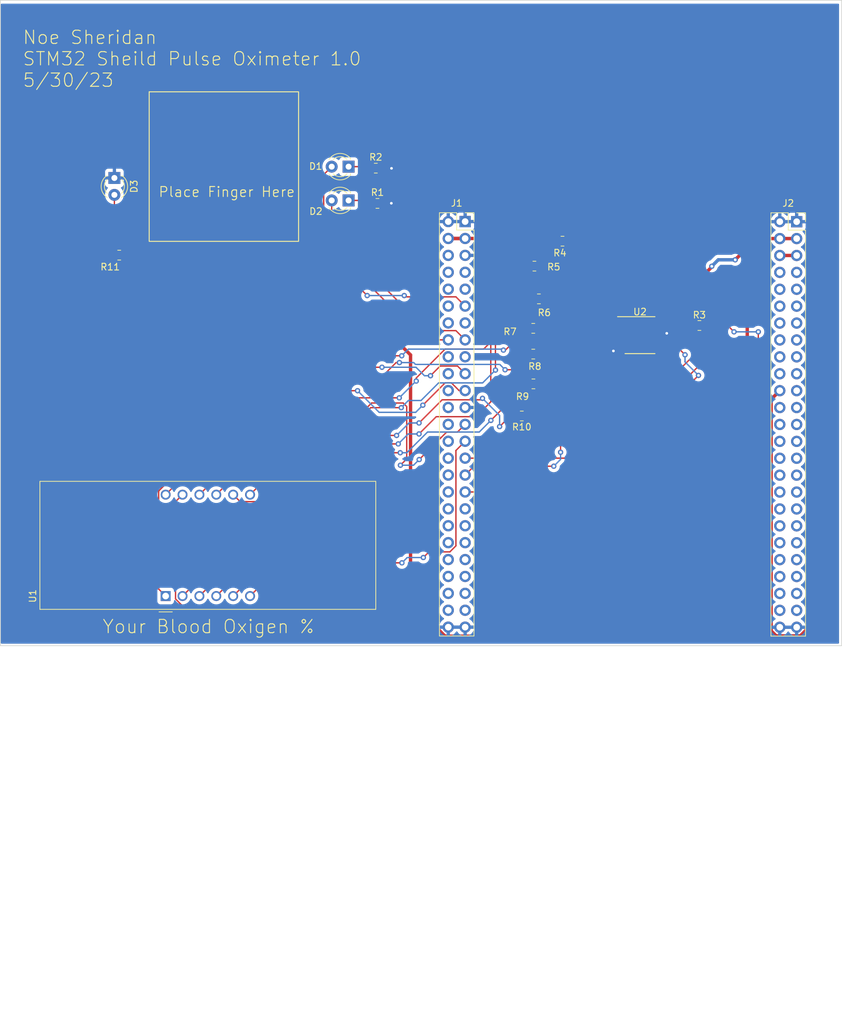
<source format=kicad_pcb>
(kicad_pcb (version 20221018) (generator pcbnew)
  (layers (0 "F.Cu" signal) (31 "B.Cu" signal) (34 "B.Paste" user) (35 "F.Paste" user) (36 "B.SilkS" user "B.Silkscreen") (37 "F.SilkS" user "F.Silkscreen") (38 "B.Mask" user) (39 "F.Mask" user) (44 "Edge.Cuts" user))
  (net 0 "")
  (net 1 "Net-(D1-K)")
  (net 2 "Red_LED")
  (net 3 "Net-(D2-K)")
  (net 4 "Infared_LED")
  (net 5 "GND")
  (net 6 "LightSensor")
  (net 7 "/VDD")
  (net 8 "/NSRT")
  (net 9 "/PC1")
  (net 10 "/PC0")
  (net 11 "/PC3")
  (net 12 "/PC2")
  (net 13 "/PA0")
  (net 14 "/PA3")
  (net 15 "/PA2")
  (net 16 "/PA7")
  (net 17 "/PA6")
  (net 18 "Dig1")
  (net 19 "/PC4")
  (net 20 "Dig2")
  (net 21 "/PB0")
  (net 22 "/PB2")
  (net 23 "Dig3")
  (net 24 "/PE8")
  (net 25 "Dig4")
  (net 26 "/PE10")
  (net 27 "DS")
  (net 28 "/PE12")
  (net 29 "ST_CP")
  (net 30 "/PE14")
  (net 31 "SH_CP")
  (net 32 "/PB10")
  (net 33 "/PB11")
  (net 34 "/PB12")
  (net 35 "/PB13")
  (net 36 "/PB14")
  (net 37 "/PB15")
  (net 38 "/PD8")
  (net 39 "/PD9")
  (net 40 "/PD10")
  (net 41 "/PD11")
  (net 42 "/PD12")
  (net 43 "/PD13")
  (net 44 "/PD14")
  (net 45 "/PD15")
  (net 46 "/NC")
  (net 47 "+5V")
  (net 48 "/3V")
  (net 49 "/PH0")
  (net 50 "/PH1")
  (net 51 "/PC14")
  (net 52 "/PC15")
  (net 53 "/PE6")
  (net 54 "/PC13")
  (net 55 "/PE4")
  (net 56 "/PE5")
  (net 57 "/PE2")
  (net 58 "/PE3")
  (net 59 "/PE0")
  (net 60 "/PE1")
  (net 61 "/PB8")
  (net 62 "/PB9")
  (net 63 "/BOOT0")
  (net 64 "/PB6")
  (net 65 "/PB7")
  (net 66 "/PB4")
  (net 67 "/PB5")
  (net 68 "/PD7")
  (net 69 "/PB3")
  (net 70 "/PD5")
  (net 71 "/PD6")
  (net 72 "/PD3")
  (net 73 "/PD4")
  (net 74 "/PD1")
  (net 75 "/PD2")
  (net 76 "/PC12")
  (net 77 "/PD0")
  (net 78 "/PC10")
  (net 79 "/PC11")
  (net 80 "/PA14")
  (net 81 "/PA15")
  (net 82 "/PA10")
  (net 83 "/PA13")
  (net 84 "/PA8")
  (net 85 "/PA9")
  (net 86 "/PC8")
  (net 87 "/PC9")
  (net 88 "/PC6")
  (net 89 "/PC7")
  (net 90 "a")
  (net 91 "Net-(U1-a)")
  (net 92 "b")
  (net 93 "Net-(U1-b)")
  (net 94 "c")
  (net 95 "Net-(U1-c)")
  (net 96 "d")
  (net 97 "Net-(U1-d)")
  (net 98 "e")
  (net 99 "Net-(U1-e)")
  (net 100 "f")
  (net 101 "Net-(U1-f)")
  (net 102 "g")
  (net 103 "Net-(U1-g)")
  (net 104 "dp")
  (net 105 "Net-(U1-DPX)")
  (footprint "Resistor_SMD:R_0805_2012Metric" (layer "F.Cu") (at 214.5125 80.675 180)
    (fp_text reference "R5" (at -2.9125 -0.125) (layer "F.SilkS"))
    (fp_text value "100")
    (pad "1" smd roundrect (at -0.9125 0 180) (size 1.025 1.4) (layers "F.Cu" "F.Paste" "F.Mask") (roundrect_rratio 0.243902439) (net 94 "c"))
    (pad "2" smd roundrect (at 0.9125 0 180) (size 1.025 1.4) (layers "F.Cu" "F.Paste" "F.Mask") (roundrect_rratio 0.243902439) (net 95 "Net-(U1-c)"))
  )
  (footprint "Package_SO:HTSSOP-16-1EP_4.4x5mm_P0.65mm_EP3.4x5mm" (layer "F.Cu") (at 230.4 91.1)
    (fp_text reference "U2" (at 0 -3.55) (layer "F.SilkS"))
    (fp_text value "74HC595")
    (pad "1" smd rect (at -2.775 -2.275) (size 1.05 0.45) (layers "F.Cu" "F.Paste" "F.Mask") (net 92 "b"))
    (pad "2" smd rect (at -2.775 -1.625) (size 1.05 0.45) (layers "F.Cu" "F.Paste" "F.Mask") (net 94 "c"))
    (pad "3" smd rect (at -2.775 -0.975) (size 1.05 0.45) (layers "F.Cu" "F.Paste" "F.Mask") (net 96 "d"))
    (pad "4" smd rect (at -2.775 -0.325) (size 1.05 0.45) (layers "F.Cu" "F.Paste" "F.Mask") (net 98 "e"))
    (pad "5" smd rect (at -2.775 0.325) (size 1.05 0.45) (layers "F.Cu" "F.Paste" "F.Mask") (net 100 "f"))
    (pad "6" smd rect (at -2.775 0.975) (size 1.05 0.45) (layers "F.Cu" "F.Paste" "F.Mask") (net 102 "g"))
    (pad "7" smd rect (at -2.775 1.625) (size 1.05 0.45) (layers "F.Cu" "F.Paste" "F.Mask") (net 104 "dp"))
    (pad "8" smd rect (at -2.775 2.275) (size 1.05 0.45) (layers "F.Cu" "F.Paste" "F.Mask") (net 5 "GND"))
    (pad "9" smd rect (at 2.775 2.275) (size 1.05 0.45) (layers "F.Cu" "F.Paste" "F.Mask"))
    (pad "10" smd rect (at 2.775 1.625) (size 1.05 0.45) (layers "F.Cu" "F.Paste" "F.Mask") (net 47 "+5V"))
    (pad "11" smd rect (at 2.775 0.975) (size 1.05 0.45) (layers "F.Cu" "F.Paste" "F.Mask") (net 31 "SH_CP"))
    (pad "12" smd rect (at 2.775 0.325) (size 1.05 0.45) (layers "F.Cu" "F.Paste" "F.Mask") (net 29 "ST_CP"))
    (pad "13" smd rect (at 2.775 -0.325) (size 1.05 0.45) (layers "F.Cu" "F.Paste" "F.Mask") (net 5 "GND"))
    (pad "14" smd rect (at 2.775 -0.975) (size 1.05 0.45) (layers "F.Cu" "F.Paste" "F.Mask") (net 27 "DS"))
    (pad "15" smd rect (at 2.775 -1.625) (size 1.05 0.45) (layers "F.Cu" "F.Paste" "F.Mask") (net 90 "a"))
    (pad "16" smd rect (at 2.775 -2.275) (size 1.05 0.45) (layers "F.Cu" "F.Paste" "F.Mask") (net 47 "+5V"))
    (pad "17" smd rect (at 0 0) (size 3.4 5) (layers "F.Cu" "F.Mask"))
  )
  (footprint "Resistor_SMD:R_0805_2012Metric" (layer "F.Cu") (at 215.1875 85.6 180)
    (fp_text reference "R6" (at -0.8125 -2.075) (layer "F.SilkS"))
    (fp_text value "100")
    (pad "1" smd roundrect (at -0.9125 0 180) (size 1.025 1.4) (layers "F.Cu" "F.Paste" "F.Mask") (roundrect_rratio 0.243902439) (net 96 "d"))
    (pad "2" smd roundrect (at 0.9125 0 180) (size 1.025 1.4) (layers "F.Cu" "F.Paste" "F.Mask") (roundrect_rratio 0.243902439) (net 97 "Net-(U1-d)"))
  )
  (footprint "Resistor_SMD:R_0805_2012Metric" (layer "F.Cu") (at 239.3375 89.6)
    (fp_text reference "R3" (at 0 -1.575) (layer "F.SilkS"))
    (fp_text value "100")
    (pad "1" smd roundrect (at -0.9125 0) (size 1.025 1.4) (layers "F.Cu" "F.Paste" "F.Mask") (roundrect_rratio 0.243902439) (net 90 "a"))
    (pad "2" smd roundrect (at 0.9125 0) (size 1.025 1.4) (layers "F.Cu" "F.Paste" "F.Mask") (roundrect_rratio 0.243902439) (net 91 "Net-(U1-a)"))
  )
  (footprint "Resistor_SMD:R_0805_2012Metric" (layer "F.Cu") (at 214.3375 93.9 180)
    (fp_text reference "R8" (at -0.2375 -1.85) (layer "F.SilkS"))
    (fp_text value "100")
    (pad "1" smd roundrect (at -0.9125 0 180) (size 1.025 1.4) (layers "F.Cu" "F.Paste" "F.Mask") (roundrect_rratio 0.243902439) (net 100 "f"))
    (pad "2" smd roundrect (at 0.9125 0 180) (size 1.025 1.4) (layers "F.Cu" "F.Paste" "F.Mask") (roundrect_rratio 0.243902439) (net 101 "Net-(U1-f)"))
  )
  (footprint "Resistor_SMD:R_0805_2012Metric" (layer "F.Cu") (at 190.8975 71.25)
    (fp_text reference "R1" (at 0 -1.65) (layer "F.SilkS"))
    (fp_text value "330")
    (pad "1" smd roundrect (at -0.9125 0) (size 1.025 1.4) (layers "F.Cu" "F.Paste" "F.Mask") (roundrect_rratio 0.243902439) (net 3 "Net-(D2-K)"))
    (pad "2" smd roundrect (at 0.9125 0) (size 1.025 1.4) (layers "F.Cu" "F.Paste" "F.Mask") (roundrect_rratio 0.243902439) (net 5 "GND"))
  )
  (footprint "Resistor_SMD:R_0805_2012Metric" (layer "F.Cu") (at 214.3625 98.375 180)
    (fp_text reference "R9" (at 1.6375 -1.9) (layer "F.SilkS"))
    (fp_text value "100")
    (pad "1" smd roundrect (at -0.9125 0 180) (size 1.025 1.4) (layers "F.Cu" "F.Paste" "F.Mask") (roundrect_rratio 0.243902439) (net 102 "g"))
    (pad "2" smd roundrect (at 0.9125 0 180) (size 1.025 1.4) (layers "F.Cu" "F.Paste" "F.Mask") (roundrect_rratio 0.243902439) (net 103 "Net-(U1-g)"))
  )
  (footprint "Resistor_SMD:R_0805_2012Metric" (layer "F.Cu") (at 190.6475 65.95)
    (fp_text reference "R2" (at 0 -1.65) (layer "F.SilkS"))
    (fp_text value "330")
    (pad "1" smd roundrect (at -0.9125 0) (size 1.025 1.4) (layers "F.Cu" "F.Paste" "F.Mask") (roundrect_rratio 0.243902439) (net 1 "Net-(D1-K)"))
    (pad "2" smd roundrect (at 0.9125 0) (size 1.025 1.4) (layers "F.Cu" "F.Paste" "F.Mask") (roundrect_rratio 0.243902439) (net 5 "GND"))
  )
  (footprint "Connector_PinSocket_2.54mm:PinSocket_2x25_P2.54mm_Vertical" (layer "F.Cu") (at 253.975 73.995)
    (fp_text reference "J2" (at -1.27 -2.77) (layer "F.SilkS"))
    (fp_text value "Conn_02x25_Odd_Even")
    (pad "1" thru_hole rect (at 0 0) (size 1.7 1.7) (drill 1) (layers "*.Cu" "*.Mask") (net 5 "GND"))
    (pad "2" thru_hole oval (at -2.54 0) (size 1.7 1.7) (drill 1) (layers "*.Cu" "*.Mask") (net 5 "GND"))
    (pad "3" thru_hole oval (at 0 2.54) (size 1.7 1.7) (drill 1) (layers "*.Cu" "*.Mask") (net 47 "+5V"))
    (pad "4" thru_hole oval (at -2.54 2.54) (size 1.7 1.7) (drill 1) (layers "*.Cu" "*.Mask") (net 47 "+5V"))
    (pad "5" thru_hole oval (at 0 5.08) (size 1.7 1.7) (drill 1) (layers "*.Cu" "*.Mask") (net 48 "/3V"))
    (pad "6" thru_hole oval (at -2.54 5.08) (size 1.7 1.7) (drill 1) (layers "*.Cu" "*.Mask") (net 48 "/3V"))
    (pad "7" thru_hole oval (at 0 7.62) (size 1.7 1.7) (drill 1) (layers "*.Cu" "*.Mask") (net 49 "/PH0"))
    (pad "8" thru_hole oval (at -2.54 7.62) (size 1.7 1.7) (drill 1) (layers "*.Cu" "*.Mask") (net 50 "/PH1"))
    (pad "9" thru_hole oval (at 0 10.16) (size 1.7 1.7) (drill 1) (layers "*.Cu" "*.Mask") (net 51 "/PC14"))
    (pad "10" thru_hole oval (at -2.54 10.16) (size 1.7 1.7) (drill 1) (layers "*.Cu" "*.Mask") (net 52 "/PC15"))
    (pad "11" thru_hole oval (at 0 12.7) (size 1.7 1.7) (drill 1) (layers "*.Cu" "*.Mask") (net 53 "/PE6"))
    (pad "12" thru_hole oval (at -2.54 12.7) (size 1.7 1.7) (drill 1) (layers "*.Cu" "*.Mask") (net 54 "/PC13"))
    (pad "13" thru_hole oval (at 0 15.24) (size 1.7 1.7) (drill 1) (layers "*.Cu" "*.Mask") (net 55 "/PE4"))
    (pad "14" thru_hole oval (at -2.54 15.24) (size 1.7 1.7) (drill 1) (layers "*.Cu" "*.Mask") (net 56 "/PE5"))
    (pad "15" thru_hole oval (at 0 17.78) (size 1.7 1.7) (drill 1) (layers "*.Cu" "*.Mask") (net 57 "/PE2"))
    (pad "16" thru_hole oval (at -2.54 17.78) (size 1.7 1.7) (drill 1) (layers "*.Cu" "*.Mask") (net 58 "/PE3"))
    (pad "17" thru_hole oval (at 0 20.32) (size 1.7 1.7) (drill 1) (layers "*.Cu" "*.Mask") (net 59 "/PE0"))
    (pad "18" thru_hole oval (at -2.54 20.32) (size 1.7 1.7) (drill 1) (layers "*.Cu" "*.Mask") (net 60 "/PE1"))
    (pad "19" thru_hole oval (at 0 22.86) (size 1.7 1.7) (drill 1) (layers "*.Cu" "*.Mask") (net 61 "/PB8"))
    (pad "20" thru_hole oval (at -2.54 22.86) (size 1.7 1.7) (drill 1) (layers "*.Cu" "*.Mask") (net 62 "/PB9"))
    (pad "21" thru_hole oval (at 0 25.4) (size 1.7 1.7) (drill 1) (layers "*.Cu" "*.Mask") (net 63 "/BOOT0"))
    (pad "22" thru_hole oval (at -2.54 25.4) (size 1.7 1.7) (drill 1) (layers "*.Cu" "*.Mask") (net 7 "/VDD"))
    (pad "23" thru_hole oval (at 0 27.94) (size 1.7 1.7) (drill 1) (layers "*.Cu" "*.Mask") (net 64 "/PB6"))
    (pad "24" thru_hole oval (at -2.54 27.94) (size 1.7 1.7) (drill 1) (layers "*.Cu" "*.Mask") (net 65 "/PB7"))
    (pad "25" thru_hole oval (at 0 30.48) (size 1.7 1.7) (drill 1) (layers "*.Cu" "*.Mask") (net 66 "/PB4"))
    (pad "26" thru_hole oval (at -2.54 30.48) (size 1.7 1.7) (drill 1) (layers "*.Cu" "*.Mask") (net 67 "/PB5"))
    (pad "27" thru_hole oval (at 0 33.02) (size 1.7 1.7) (drill 1) (layers "*.Cu" "*.Mask") (net 68 "/PD7"))
    (pad "28" thru_hole oval (at -2.54 33.02) (size 1.7 1.7) (drill 1) (layers "*.Cu" "*.Mask") (net 69 "/PB3"))
    (pad "29" thru_hole oval (at 0 35.56) (size 1.7 1.7) (drill 1) (layers "*.Cu" "*.Mask") (net 70 "/PD5"))
    (pad "30" thru_hole oval (at -2.54 35.56) (size 1.7 1.7) (drill 1) (layers "*.Cu" "*.Mask") (net 71 "/PD6"))
    (pad "31" thru_hole oval (at 0 38.1) (size 1.7 1.7) (drill 1) (layers "*.Cu" "*.Mask") (net 72 "/PD3"))
    (pad "32" thru_hole oval (at -2.54 38.1) (size 1.7 1.7) (drill 1) (layers "*.Cu" "*.Mask") (net 73 "/PD4"))
    (pad "33" thru_hole oval (at 0 40.64) (size 1.7 1.7) (drill 1) (layers "*.Cu" "*.Mask") (net 74 "/PD1"))
    (pad "34" thru_hole oval (at -2.54 40.64) (size 1.7 1.7) (drill 1) (layers "*.Cu" "*.Mask") (net 75 "/PD2"))
    (pad "35" thru_hole oval (at 0 43.18) (size 1.7 1.7) (drill 1) (layers "*.Cu" "*.Mask") (net 76 "/PC12"))
    (pad "36" thru_hole oval (at -2.54 43.18) (size 1.7 1.7) (drill 1) (layers "*.Cu" "*.Mask") (net 77 "/PD0"))
    (pad "37" thru_hole oval (at 0 45.72) (size 1.7 1.7) (drill 1) (layers "*.Cu" "*.Mask") (net 78 "/PC10"))
    (pad "38" thru_hole oval (at -2.54 45.72) (size 1.7 1.7) (drill 1) (layers "*.Cu" "*.Mask") (net 79 "/PC11"))
    (pad "39" thru_hole oval (at 0 48.26) (size 1.7 1.7) (drill 1) (layers "*.Cu" "*.Mask") (net 80 "/PA14"))
    (pad "40" thru_hole oval (at -2.54 48.26) (size 1.7 1.7) (drill 1) (layers "*.Cu" "*.Mask") (net 81 "/PA15"))
    (pad "41" thru_hole oval (at 0 50.8) (size 1.7 1.7) (drill 1) (layers "*.Cu" "*.Mask") (net 82 "/PA10"))
    (pad "42" thru_hole oval (at -2.54 50.8) (size 1.7 1.7) (drill 1) (layers "*.Cu" "*.Mask") (net 83 "/PA13"))
    (pad "43" thru_hole oval (at 0 53.34) (size 1.7 1.7) (drill 1) (layers "*.Cu" "*.Mask") (net 84 "/PA8"))
    (pad "44" thru_hole oval (at -2.54 53.34) (size 1.7 1.7) (drill 1) (layers "*.Cu" "*.Mask") (net 85 "/PA9"))
    (pad "45" thru_hole oval (at 0 55.88) (size 1.7 1.7) (drill 1) (layers "*.Cu" "*.Mask") (net 86 "/PC8"))
    (pad "46" thru_hole oval (at -2.54 55.88) (size 1.7 1.7) (drill 1) (layers "*.Cu" "*.Mask") (net 87 "/PC9"))
    (pad "47" thru_hole oval (at 0 58.42) (size 1.7 1.7) (drill 1) (layers "*.Cu" "*.Mask") (net 88 "/PC6"))
    (pad "48" thru_hole oval (at -2.54 58.42) (size 1.7 1.7) (drill 1) (layers "*.Cu" "*.Mask") (net 89 "/PC7"))
    (pad "49" thru_hole oval (at 0 60.96) (size 1.7 1.7) (drill 1) (layers "*.Cu" "*.Mask") (net 5 "GND"))
    (pad "50" thru_hole oval (at -2.54 60.96) (size 1.7 1.7) (drill 1) (layers "*.Cu" "*.Mask") (net 5 "GND"))
  )
  (footprint "LED_THT:LED_D3.0mm" (layer "F.Cu") (at 186.55 65.725 180)
    (fp_text reference "D1" (at 4.95 0.05) (layer "F.SilkS"))
    (fp_text value "R_LED")
    (pad "1" thru_hole rect (at 0 0 180) (size 1.8 1.8) (drill 0.9) (layers "*.Cu" "*.Mask") (net 1 "Net-(D1-K)"))
    (pad "2" thru_hole circle (at 2.54 0 180) (size 1.8 1.8) (drill 0.9) (layers "*.Cu" "*.Mask") (net 2 "Red_LED"))
  )
  (footprint "LED_THT:LED_D3.0mm_IRBlack" (layer "F.Cu") (at 151.3125 67.425 -90)
    (fp_text reference "D3" (at 1.27 -2.96 90) (layer "F.SilkS"))
    (fp_text value "D_Photo")
    (pad "1" thru_hole rect (at 0 0 270) (size 1.8 1.8) (drill 0.9) (layers "*.Cu" "*.Mask") (net 5 "GND"))
    (pad "2" thru_hole circle (at 2.54 0 270) (size 1.8 1.8) (drill 0.9) (layers "*.Cu" "*.Mask") (net 6 "LightSensor"))
  )
  (footprint "Display_7Segment:CA56-12SRWA" (layer "F.Cu") (at 159.025 130.265 90)
    (fp_text reference "U1" (at 0 -20 90) (layer "F.SilkS"))
    (fp_text value "CA56-12SRWA")
    (pad "1" thru_hole rect (at 0 0 90) (size 1.5 1.5) (drill 1) (layers "*.Cu" "*.Mask") (net 99 "Net-(U1-e)"))
    (pad "2" thru_hole circle (at 0 2.54 90) (size 1.5 1.5) (drill 1) (layers "*.Cu" "*.Mask") (net 97 "Net-(U1-d)"))
    (pad "3" thru_hole circle (at 0 5.08 90) (size 1.5 1.5) (drill 1) (layers "*.Cu" "*.Mask") (net 105 "Net-(U1-DPX)"))
    (pad "4" thru_hole circle (at 0 7.62 90) (size 1.5 1.5) (drill 1) (layers "*.Cu" "*.Mask") (net 95 "Net-(U1-c)"))
    (pad "5" thru_hole circle (at 0 10.16 90) (size 1.5 1.5) (drill 1) (layers "*.Cu" "*.Mask") (net 103 "Net-(U1-g)"))
    (pad "6" thru_hole circle (at 0 12.7 90) (size 1.5 1.5) (drill 1) (layers "*.Cu" "*.Mask") (net 25 "Dig4"))
    (pad "7" thru_hole circle (at 15.24 12.7 90) (size 1.5 1.5) (drill 1) (layers "*.Cu" "*.Mask") (net 93 "Net-(U1-b)"))
    (pad "8" thru_hole circle (at 15.24 10.16 90) (size 1.5 1.5) (drill 1) (layers "*.Cu" "*.Mask") (net 23 "Dig3"))
    (pad "9" thru_hole circle (at 15.24 7.62 90) (size 1.5 1.5) (drill 1) (layers "*.Cu" "*.Mask") (net 20 "Dig2"))
    (pad "10" thru_hole circle (at 15.24 5.08 90) (size 1.5 1.5) (drill 1) (layers "*.Cu" "*.Mask") (net 101 "Net-(U1-f)"))
    (pad "11" thru_hole circle (at 15.24 2.54 90) (size 1.5 1.5) (drill 1) (layers "*.Cu" "*.Mask") (net 91 "Net-(U1-a)"))
    (pad "12" thru_hole circle (at 15.24 0 90) (size 1.5 1.5) (drill 1) (layers "*.Cu" "*.Mask") (net 18 "Dig1"))
  )
  (footprint "Resistor_SMD:R_0805_2012Metric" (layer "F.Cu") (at 214.3375 90.025 180)
    (fp_text reference "R7" (at 3.4875 -0.5) (layer "F.SilkS"))
    (fp_text value "100")
    (pad "1" smd roundrect (at -0.9125 0 180) (size 1.025 1.4) (layers "F.Cu" "F.Paste" "F.Mask") (roundrect_rratio 0.243902439) (net 98 "e"))
    (pad "2" smd roundrect (at 0.9125 0 180) (size 1.025 1.4) (layers "F.Cu" "F.Paste" "F.Mask") (roundrect_rratio 0.243902439) (net 99 "Net-(U1-e)"))
  )
  (footprint "Resistor_SMD:R_0805_2012Metric" (layer "F.Cu") (at 152.0375 79.025 180)
    (fp_text reference "R11" (at 1.3625 -1.775) (layer "F.SilkS"))
    (fp_text value "10k")
    (pad "1" smd roundrect (at -0.9125 0 180) (size 1.025 1.4) (layers "F.Cu" "F.Paste" "F.Mask") (roundrect_rratio 0.243902439) (net 47 "+5V"))
    (pad "2" smd roundrect (at 0.9125 0 180) (size 1.025 1.4) (layers "F.Cu" "F.Paste" "F.Mask") (roundrect_rratio 0.243902439) (net 6 "LightSensor"))
  )
  (footprint "Resistor_SMD:R_0805_2012Metric" (layer "F.Cu") (at 218.7375 76.925 180)
    (fp_text reference "R4" (at 0.3875 -1.775) (layer "F.SilkS"))
    (fp_text value "100")
    (pad "1" smd roundrect (at -0.9125 0 180) (size 1.025 1.4) (layers "F.Cu" "F.Paste" "F.Mask") (roundrect_rratio 0.243902439) (net 92 "b"))
    (pad "2" smd roundrect (at 0.9125 0 180) (size 1.025 1.4) (layers "F.Cu" "F.Paste" "F.Mask") (roundrect_rratio 0.243902439) (net 93 "Net-(U1-b)"))
  )
  (footprint "Connector_PinSocket_2.54mm:PinSocket_2x25_P2.54mm_Vertical" (layer "F.Cu") (at 204.09 73.98)
    (fp_text reference "J1" (at -1.27 -2.77) (layer "F.SilkS"))
    (fp_text value "Conn_02x25_Odd_Even")
    (pad "1" thru_hole rect (at 0 0) (size 1.7 1.7) (drill 1) (layers "*.Cu" "*.Mask") (net 5 "GND"))
    (pad "2" thru_hole oval (at -2.54 0) (size 1.7 1.7) (drill 1) (layers "*.Cu" "*.Mask") (net 5 "GND"))
    (pad "3" thru_hole oval (at 0 2.54) (size 1.7 1.7) (drill 1) (layers "*.Cu" "*.Mask") (net 7 "/VDD"))
    (pad "4" thru_hole oval (at -2.54 2.54) (size 1.7 1.7) (drill 1) (layers "*.Cu" "*.Mask") (net 7 "/VDD"))
    (pad "5" thru_hole oval (at 0 5.08) (size 1.7 1.7) (drill 1) (layers "*.Cu" "*.Mask") (net 5 "GND"))
    (pad "6" thru_hole oval (at -2.54 5.08) (size 1.7 1.7) (drill 1) (layers "*.Cu" "*.Mask") (net 8 "/NSRT"))
    (pad "7" thru_hole oval (at 0 7.62) (size 1.7 1.7) (drill 1) (layers "*.Cu" "*.Mask") (net 9 "/PC1"))
    (pad "8" thru_hole oval (at -2.54 7.62) (size 1.7 1.7) (drill 1) (layers "*.Cu" "*.Mask") (net 10 "/PC0"))
    (pad "9" thru_hole oval (at 0 10.16) (size 1.7 1.7) (drill 1) (layers "*.Cu" "*.Mask") (net 11 "/PC3"))
    (pad "10" thru_hole oval (at -2.54 10.16) (size 1.7 1.7) (drill 1) (layers "*.Cu" "*.Mask") (net 12 "/PC2"))
    (pad "11" thru_hole oval (at 0 12.7) (size 1.7 1.7) (drill 1) (layers "*.Cu" "*.Mask") (net 6 "LightSensor"))
    (pad "12" thru_hole oval (at -2.54 12.7) (size 1.7 1.7) (drill 1) (layers "*.Cu" "*.Mask") (net 13 "/PA0"))
    (pad "13" thru_hole oval (at 0 15.24) (size 1.7 1.7) (drill 1) (layers "*.Cu" "*.Mask") (net 14 "/PA3"))
    (pad "14" thru_hole oval (at -2.54 15.24) (size 1.7 1.7) (drill 1) (layers "*.Cu" "*.Mask") (net 15 "/PA2"))
    (pad "15" thru_hole oval (at 0 17.78) (size 1.7 1.7) (drill 1) (layers "*.Cu" "*.Mask") (net 4 "Infared_LED"))
    (pad "16" thru_hole oval (at -2.54 17.78) (size 1.7 1.7) (drill 1) (layers "*.Cu" "*.Mask") (net 2 "Red_LED"))
    (pad "17" thru_hole oval (at 0 20.32) (size 1.7 1.7) (drill 1) (layers "*.Cu" "*.Mask") (net 16 "/PA7"))
    (pad "18" thru_hole oval (at -2.54 20.32) (size 1.7 1.7) (drill 1) (layers "*.Cu" "*.Mask") (net 17 "/PA6"))
    (pad "19" thru_hole oval (at 0 22.86) (size 1.7 1.7) (drill 1) (layers "*.Cu" "*.Mask") (net 18 "Dig1"))
    (pad "20" thru_hole oval (at -2.54 22.86) (size 1.7 1.7) (drill 1) (layers "*.Cu" "*.Mask") (net 19 "/PC4"))
    (pad "21" thru_hole oval (at 0 25.4) (size 1.7 1.7) (drill 1) (layers "*.Cu" "*.Mask") (net 20 "Dig2"))
    (pad "22" thru_hole oval (at -2.54 25.4) (size 1.7 1.7) (drill 1) (layers "*.Cu" "*.Mask") (net 21 "/PB0"))
    (pad "23" thru_hole oval (at 0 27.94) (size 1.7 1.7) (drill 1) (layers "*.Cu" "*.Mask") (net 5 "GND"))
    (pad "24" thru_hole oval (at -2.54 27.94) (size 1.7 1.7) (drill 1) (layers "*.Cu" "*.Mask") (net 22 "/PB2"))
    (pad "25" thru_hole oval (at 0 30.48) (size 1.7 1.7) (drill 1) (layers "*.Cu" "*.Mask") (net 23 "Dig3"))
    (pad "26" thru_hole oval (at -2.54 30.48) (size 1.7 1.7) (drill 1) (layers "*.Cu" "*.Mask") (net 24 "/PE8"))
    (pad "27" thru_hole oval (at 0 33.02) (size 1.7 1.7) (drill 1) (layers "*.Cu" "*.Mask") (net 25 "Dig4"))
    (pad "28" thru_hole oval (at -2.54 33.02) (size 1.7 1.7) (drill 1) (layers "*.Cu" "*.Mask") (net 26 "/PE10"))
    (pad "29" thru_hole oval (at 0 35.56) (size 1.7 1.7) (drill 1) (layers "*.Cu" "*.Mask") (net 27 "DS"))
    (pad "30" thru_hole oval (at -2.54 35.56) (size 1.7 1.7) (drill 1) (layers "*.Cu" "*.Mask") (net 28 "/PE12"))
    (pad "31" thru_hole oval (at 0 38.1) (size 1.7 1.7) (drill 1) (layers "*.Cu" "*.Mask") (net 29 "ST_CP"))
    (pad "32" thru_hole oval (at -2.54 38.1) (size 1.7 1.7) (drill 1) (layers "*.Cu" "*.Mask") (net 30 "/PE14"))
    (pad "33" thru_hole oval (at 0 40.64) (size 1.7 1.7) (drill 1) (layers "*.Cu" "*.Mask") (net 31 "SH_CP"))
    (pad "34" thru_hole oval (at -2.54 40.64) (size 1.7 1.7) (drill 1) (layers "*.Cu" "*.Mask") (net 32 "/PB10"))
    (pad "35" thru_hole oval (at 0 43.18) (size 1.7 1.7) (drill 1) (layers "*.Cu" "*.Mask") (net 33 "/PB11"))
    (pad "36" thru_hole oval (at -2.54 43.18) (size 1.7 1.7) (drill 1) (layers "*.Cu" "*.Mask") (net 34 "/PB12"))
    (pad "37" thru_hole oval (at 0 45.72) (size 1.7 1.7) (drill 1) (layers "*.Cu" "*.Mask") (net 35 "/PB13"))
    (pad "38" thru_hole oval (at -2.54 45.72) (size 1.7 1.7) (drill 1) (layers "*.Cu" "*.Mask") (net 36 "/PB14"))
    (pad "39" thru_hole oval (at 0 48.26) (size 1.7 1.7) (drill 1) (layers "*.Cu" "*.Mask") (net 37 "/PB15"))
    (pad "40" thru_hole oval (at -2.54 48.26) (size 1.7 1.7) (drill 1) (layers "*.Cu" "*.Mask") (net 38 "/PD8"))
    (pad "41" thru_hole oval (at 0 50.8) (size 1.7 1.7) (drill 1) (layers "*.Cu" "*.Mask") (net 39 "/PD9"))
    (pad "42" thru_hole oval (at -2.54 50.8) (size 1.7 1.7) (drill 1) (layers "*.Cu" "*.Mask") (net 40 "/PD10"))
    (pad "43" thru_hole oval (at 0 53.34) (size 1.7 1.7) (drill 1) (layers "*.Cu" "*.Mask") (net 41 "/PD11"))
    (pad "44" thru_hole oval (at -2.54 53.34) (size 1.7 1.7) (drill 1) (layers "*.Cu" "*.Mask") (net 42 "/PD12"))
    (pad "45" thru_hole oval (at 0 55.88) (size 1.7 1.7) (drill 1) (layers "*.Cu" "*.Mask") (net 43 "/PD13"))
    (pad "46" thru_hole oval (at -2.54 55.88) (size 1.7 1.7) (drill 1) (layers "*.Cu" "*.Mask") (net 44 "/PD14"))
    (pad "47" thru_hole oval (at 0 58.42) (size 1.7 1.7) (drill 1) (layers "*.Cu" "*.Mask") (net 45 "/PD15"))
    (pad "48" thru_hole oval (at -2.54 58.42) (size 1.7 1.7) (drill 1) (layers "*.Cu" "*.Mask") (net 46 "/NC"))
    (pad "49" thru_hole oval (at 0 60.96) (size 1.7 1.7) (drill 1) (layers "*.Cu" "*.Mask") (net 5 "GND"))
    (pad "50" thru_hole oval (at -2.54 60.96) (size 1.7 1.7) (drill 1) (layers "*.Cu" "*.Mask") (net 5 "GND"))
  )
  (footprint "Resistor_SMD:R_0805_2012Metric" (layer "F.Cu") (at 212.6125 103.2 180)
    (fp_text reference "R10" (at 0 -1.65) (layer "F.SilkS"))
    (fp_text value "100")
    (pad "1" smd roundrect (at -0.9125 0 180) (size 1.025 1.4) (layers "F.Cu" "F.Paste" "F.Mask") (roundrect_rratio 0.243902439) (net 104 "dp"))
    (pad "2" smd roundrect (at 0.9125 0 180) (size 1.025 1.4) (layers "F.Cu" "F.Paste" "F.Mask") (roundrect_rratio 0.243902439) (net 105 "Net-(U1-DPX)"))
  )
  (footprint "LED_THT:LED_D3.0mm_IRGrey" (layer "F.Cu") (at 186.55 70.8 180)
    (fp_text reference "D2" (at 4.915 -1.65) (layer "F.SilkS"))
    (fp_text value "IR_LED")
    (pad "1" thru_hole rect (at 0 0 180) (size 1.8 1.8) (drill 0.9) (layers "*.Cu" "*.Mask") (net 3 "Net-(D2-K)"))
    (pad "2" thru_hole circle (at 2.54 0 180) (size 1.8 1.8) (drill 0.9) (layers "*.Cu" "*.Mask") (net 4 "Infared_LED"))
  )
  (gr_rect (start 156.55 54.475) (end 179.025 76.95) (stroke (width 0.15)) (fill none) (layer "F.SilkS"))
  (gr_rect (start 134.15 40.725) (end 260.75 137.725) (stroke (width 0.1)) (fill none) (layer "Edge.Cuts"))
  (gr_text "Place Finger Here" (at 157.875 70.4) (layer "F.SilkS") (effects (font (size 1.5 1.5)) (justify left bottom)))
  (gr_text "Noe Sheridan \nSTM32 Sheild Pulse Oximeter 1.0\n5/30/23" (at 137.425 53.9) (layer "F.SilkS") (effects (font (size 2 2)) (justify left bottom)))
  (gr_text "Your Blood Oxigen %" (at 149.425 136.025) (layer "F.SilkS") (effects (font (size 2 2)) (justify left bottom)))
  (segment (start 186.55 65.725) (end 189.51 65.725) (width 0.2032) (layer "F.Cu") (net 1))
  (segment (start 189.51 65.725) (end 189.735 65.95) (width 0.2032) (layer "F.Cu") (net 1))
  (segment (start 201.55 91.76) (end 197.88568 91.76) (width 0.2032) (layer "F.Cu") (net 2))
  (segment (start 184.01 65.725) (end 182.8084 66.9266) (width 0.2032) (layer "F.Cu") (net 2))
  (segment (start 182.8084 76.68272) (end 197.88568 91.76) (width 0.2032) (layer "F.Cu") (net 2))
  (segment (start 182.8084 66.9266) (end 182.8084 76.68272) (width 0.2032) (layer "F.Cu") (net 2))
  (segment (start 186.55 70.8) (end 189.535 70.8) (width 0.2032) (layer "F.Cu") (net 3))
  (segment (start 189.535 70.8) (end 189.985 71.25) (width 0.2032) (layer "F.Cu") (net 3))
  (segment (start 184.01 75.9566) (end 184.01 70.8) (width 0.2032) (layer "F.Cu") (net 4))
  (segment (start 202.7016 90.3716) (end 198.425 90.3716) (width 0.2032) (layer "F.Cu") (net 4))
  (segment (start 204.09 91.76) (end 202.7016 90.3716) (width 0.2032) (layer "F.Cu") (net 4))
  (segment (start 198.425 90.3716) (end 184.01 75.9566) (width 0.2032) (layer "F.Cu") (net 4))
  (segment (start 227.625 93.375) (end 226.4511 93.375) (width 0.2032) (layer "F.Cu") (net 5))
  (segment (start 191.56 65.95) (end 192.985 65.95) (width 0.508) (layer "F.Cu") (net 5))
  (segment (start 192.985 65.95) (end 193.01 65.975) (width 0.508) (layer "F.Cu") (net 5))
  (segment (start 226.4511 93.375) (end 226.4 93.4261) (width 0.2032) (layer "F.Cu") (net 5))
  (segment (start 191.81 71.25) (end 192.96 71.25) (width 0.508) (layer "F.Cu") (net 5))
  (segment (start 192.96 71.25) (end 192.985 71.225) (width 0.508) (layer "F.Cu") (net 5))
  (segment (start 233.175 90.775) (end 234.425 90.775) (width 0.2032) (layer "F.Cu") (net 5))
  (via (at 234.425 90.775) (size 0.8) (drill 0.4) (layers "F.Cu" "B.Cu") (net 5))
  (via (at 192.985 71.225) (size 0.8) (drill 0.4) (layers "F.Cu" "B.Cu") (net 5))
  (via (at 226.4 93.4261) (size 0.8) (drill 0.4) (layers "F.Cu" "B.Cu") (net 5))
  (via (at 193.01 65.975) (size 0.8) (drill 0.4) (layers "F.Cu" "B.Cu") (net 5))
  (segment (start 155.6641 78.1734) (end 155.5141 78.0234) (width 0.2032) (layer "F.Cu") (net 6))
  (segment (start 155.6641 78.1734) (end 182.4234 78.1734) (width 0.2032) (layer "F.Cu") (net 6))
  (segment (start 182.4234 78.1734) (end 189.35 85.1) (width 0.2032) (layer "F.Cu") (net 6))
  (segment (start 194.925 85.1) (end 195.1166 85.2916) (width 0.2032) (layer "F.Cu") (net 6))
  (segment (start 202.7016 85.2916) (end 204.09 86.68) (width 0.2032) (layer "F.Cu") (net 6))
  (segment (start 151.3125 78.8375) (end 151.125 79.025) (width 0.2032) (layer "F.Cu") (net 6))
  (segment (start 151.125 79.025) (end 152.1266 78.0234) (width 0.2032) (layer "F.Cu") (net 6))
  (segment (start 155.5141 78.0234) (end 152.1266 78.0234) (width 0.2032) (layer "F.Cu") (net 6))
  (segment (start 151.3125 69.965) (end 151.3125 78.8375) (width 0.2032) (layer "F.Cu") (net 6))
  (segment (start 195.1166 85.2916) (end 202.7016 85.2916) (width 0.2032) (layer "F.Cu") (net 6))
  (via (at 189.35 85.1) (size 0.8) (drill 0.4) (layers "F.Cu" "B.Cu") (net 6))
  (via (at 194.925 85.1) (size 0.8) (drill 0.4) (layers "F.Cu" "B.Cu") (net 6))
  (segment (start 189.35 85.1) (end 194.925 85.1) (width 0.2032) (layer "B.Cu") (net 6))
  (segment (start 250.894865 136.259) (end 250.13 135.494135) (width 0.508) (layer "F.Cu") (net 7))
  (segment (start 215.15 69.525) (end 253.05 69.525) (width 0.508) (layer "F.Cu") (net 7))
  (segment (start 250.13 100.7) (end 251.435 99.395) (width 0.508) (layer "F.Cu") (net 7))
  (segment (start 254.515135 136.259) (end 250.894865 136.259) (width 0.508) (layer "F.Cu") (net 7))
  (segment (start 208.155 76.52) (end 215.15 69.525) (width 0.508) (layer "F.Cu") (net 7))
  (segment (start 201.55 76.52) (end 208.155 76.52) (width 0.508) (layer "F.Cu") (net 7))
  (segment (start 256.1125 72.5875) (end 256.1125 134.661635) (width 0.508) (layer "F.Cu") (net 7))
  (segment (start 201.55 76.52) (end 204.09 76.52) (width 0.508) (layer "F.Cu") (net 7))
  (segment (start 256.1125 134.661635) (end 254.515135 136.259) (width 0.508) (layer "F.Cu") (net 7))
  (segment (start 250.13 135.494135) (end 250.13 100.7) (width 0.508) (layer "F.Cu") (net 7))
  (segment (start 253.05 69.525) (end 256.1125 72.5875) (width 0.508) (layer "F.Cu") (net 7))
  (segment (start 200.3366 95.6884) (end 202.9384 95.6884) (width 0.2032) (layer "F.Cu") (net 18))
  (segment (start 159.025 115.025) (end 178.175 95.875) (width 0.2032) (layer "F.Cu") (net 18))
  (segment (start 178.175 95.875) (end 191.575 95.875) (width 0.2032) (layer "F.Cu") (net 18))
  (segment (start 202.9384 95.6884) (end 204.09 96.84) (width 0.2032) (layer "F.Cu") (net 18))
  (segment (start 198.875 97.15) (end 200.3366 95.6884) (width 0.2032) (layer "F.Cu") (net 18))
  (via (at 191.575 95.875) (size 0.8) (drill 0.4) (layers "F.Cu" "B.Cu") (net 18))
  (via (at 198.875 97.15) (size 0.8) (drill 0.4) (layers "F.Cu" "B.Cu") (net 18))
  (segment (start 197.967213 97.15) (end 198.875 97.15) (width 0.2032) (layer "B.Cu") (net 18))
  (segment (start 191.575 95.875) (end 196.692213 95.875) (width 0.2032) (layer "B.Cu") (net 18))
  (segment (start 196.692213 95.875) (end 197.967213 97.15) (width 0.2032) (layer "B.Cu") (net 18))
  (segment (start 203.178609 99.38) (end 202.027009 98.2284) (width 0.2032) (layer "F.Cu") (net 20))
  (segment (start 202.027009 98.2284) (end 201.0716 98.2284) (width 0.2032) (layer "F.Cu") (net 20))
  (segment (start 204.09 99.38) (end 203.178609 99.38) (width 0.2032) (layer "F.Cu") (net 20))
  (segment (start 182.27 99.4) (end 166.645 115.025) (width 0.2032) (layer "F.Cu") (net 20))
  (segment (start 201.0716 98.2284) (end 197.725 101.575) (width 0.2032) (layer "F.Cu") (net 20))
  (segment (start 187.9 99.4) (end 182.27 99.4) (width 0.2032) (layer "F.Cu") (net 20))
  (via (at 187.9 99.4) (size 0.8) (drill 0.4) (layers "F.Cu" "B.Cu") (net 20))
  (via (at 197.725 101.575) (size 0.8) (drill 0.4) (layers "F.Cu" "B.Cu") (net 20))
  (segment (start 196.6484 102.6516) (end 197.725 101.575) (width 0.2032) (layer "B.Cu") (net 20))
  (segment (start 191.1516 102.6516) (end 196.6484 102.6516) (width 0.2032) (layer "B.Cu") (net 20))
  (segment (start 187.9 99.4) (end 191.1516 102.6516) (width 0.2032) (layer "B.Cu") (net 20))
  (segment (start 194.765613 101.2484) (end 195.3 101.782787) (width 0.2032) (layer "F.Cu") (net 23))
  (segment (start 175.18319 116.0766) (end 190.01139 101.2484) (width 0.2032) (layer "F.Cu") (net 23))
  (segment (start 169.185 115.025) (end 170.2366 116.0766) (width 0.2032) (layer "F.Cu") (net 23))
  (segment (start 195.3 101.782787) (end 195.3 109.65) (width 0.2032) (layer "F.Cu") (net 23))
  (segment (start 197.175 109.746391) (end 201.309791 105.6116) (width 0.2032) (layer "F.Cu") (net 23))
  (segment (start 195.3 109.65) (end 194.35 110.6) (width 0.2032) (layer "F.Cu") (net 23))
  (segment (start 190.01139 101.2484) (end 194.765613 101.2484) (width 0.2032) (layer "F.Cu") (net 23))
  (segment (start 201.309791 105.6116) (end 202.9384 105.6116) (width 0.2032) (layer "F.Cu") (net 23))
  (segment (start 202.9384 105.6116) (end 204.09 104.46) (width 0.2032) (layer "F.Cu") (net 23))
  (segment (start 197.175 109.75) (end 197.175 109.746391) (width 0.2032) (layer "F.Cu") (net 23))
  (segment (start 170.2366 116.0766) (end 175.18319 116.0766) (width 0.2032) (layer "F.Cu") (net 23))
  (via (at 197.175 109.75) (size 0.8) (drill 0.4) (layers "F.Cu" "B.Cu") (net 23))
  (via (at 194.35 110.6) (size 0.8) (drill 0.4) (layers "F.Cu" "B.Cu") (net 23))
  (segment (start 196.325 110.6) (end 197.175 109.75) (width 0.2032) (layer "B.Cu") (net 23))
  (segment (start 194.35 110.6) (end 196.325 110.6) (width 0.2032) (layer "B.Cu") (net 23))
  (segment (start 194.575 125.275) (end 176.715 125.275) (width 0.2032) (layer "F.Cu") (net 25))
  (segment (start 198.6466 123.6284) (end 197.8 124.475) (width 0.2032) (layer "F.Cu") (net 25))
  (segment (start 202.7016 108.3884) (end 202.7016 122.717009) (width 0.2032) (layer "F.Cu") (net 25))
  (segment (start 176.715 125.275) (end 171.725 130.265) (width 0.2032) (layer "F.Cu") (net 25))
  (segment (start 202.7016 122.717009) (end 201.790209 123.6284) (width 0.2032) (layer "F.Cu") (net 25))
  (segment (start 201.790209 123.6284) (end 198.6466 123.6284) (width 0.2032) (layer "F.Cu") (net 25))
  (segment (start 204.09 107) (end 202.7016 108.3884) (width 0.2032) (layer "F.Cu") (net 25))
  (via (at 197.8 124.475) (size 0.8) (drill 0.4) (layers "F.Cu" "B.Cu") (net 25))
  (via (at 194.575 125.275) (size 0.8) (drill 0.4) (layers "F.Cu" "B.Cu") (net 25))
  (segment (start 197.8 124.475) (end 195.375 124.475) (width 0.2032) (layer "B.Cu") (net 25))
  (segment (start 195.375 124.475) (end 194.575 125.275) (width 0.2032) (layer "B.Cu") (net 25))
  (segment (start 234.636534 89.391666) (end 236.541666 89.391666) (width 0.2032) (layer "F.Cu") (net 27))
  (segment (start 233.9032 90.125) (end 234.636534 89.391666) (width 0.2032) (layer "F.Cu") (net 27))
  (segment (start 225.377213 109.54) (end 204.09 109.54) (width 0.2032) (layer "F.Cu") (net 27))
  (segment (start 233.175 90.125) (end 233.9032 90.125) (width 0.2032) (layer "F.Cu") (net 27))
  (segment (start 240.6766 93.5266) (end 240.6766 94.240613) (width 0.2032) (layer "F.Cu") (net 27))
  (segment (start 236.541666 89.391666) (end 240.6766 93.5266) (width 0.2032) (layer "F.Cu") (net 27))
  (segment (start 240.6766 94.240613) (end 225.377213 109.54) (width 0.2032) (layer "F.Cu") (net 27))
  (segment (start 233.2266 91.4766) (end 233.175 91.425) (width 0.2032) (layer "F.Cu") (net 29))
  (segment (start 226.5782 98.1468) (end 234.4282 98.1468) (width 0.2032) (layer "F.Cu") (net 29))
  (segment (start 218.45 108.65) (end 218.45 106.275) (width 0.2032) (layer "F.Cu") (net 29))
  (segment (start 236.4766 91.4766) (end 233.2266 91.4766) (width 0.2032) (layer "F.Cu") (net 29))
  (segment (start 218.45 106.275) (end 226.5782 98.1468) (width 0.2032) (layer "F.Cu") (net 29))
  (segment (start 238.2 93.2) (end 236.4766 91.4766) (width 0.2032) (layer "F.Cu") (net 29))
  (segment (start 205.42 110.75) (end 204.09 112.08) (width 0.2032) (layer "F.Cu") (net 29))
  (segment (start 234.4282 98.1468) (end 238.2 94.375) (width 0.2032) (layer "F.Cu") (net 29))
  (segment (start 217.425 110.75) (end 205.42 110.75) (width 0.2032) (layer "F.Cu") (net 29))
  (segment (start 238.2 94.375) (end 238.2 93.2) (width 0.2032) (layer "F.Cu") (net 29))
  (via (at 218.45 108.65) (size 0.8) (drill 0.4) (layers "F.Cu" "B.Cu") (net 29))
  (via (at 217.425 110.75) (size 0.8) (drill 0.4) (layers "F.Cu" "B.Cu") (net 29))
  (segment (start 218.45 109.725) (end 217.425 110.75) (width 0.2032) (layer "B.Cu") (net 29))
  (segment (start 218.45 108.65) (end 218.45 109.725) (width 0.2032) (layer "B.Cu") (net 29))
  (segment (start 221.68 114.62) (end 204.09 114.62) (width 0.2032) (layer "F.Cu") (net 31))
  (segment (start 233.175 92.075) (end 235.25 92.075) (width 0.2032) (layer "F.Cu") (net 31))
  (segment (start 239.2 97.1) (end 221.68 114.62) (width 0.2032) (layer "F.Cu") (net 31))
  (segment (start 235.25 92.075) (end 237.175 94) (width 0.2032) (layer "F.Cu") (net 31))
  (via (at 237.175 94) (size 0.8) (drill 0.4) (layers "F.Cu" "B.Cu") (net 31))
  (via (at 239.2 97.1) (size 0.8) (drill 0.4) (layers "F.Cu" "B.Cu") (net 31))
  (segment (start 237.175 94) (end 237.175 95.075) (width 0.2032) (layer "B.Cu") (net 31))
  (segment (start 237.175 95.075) (end 239.2 97.1) (width 0.2032) (layer "B.Cu") (net 31))
  (segment (start 152.95 79.025) (end 180.875 79.025) (width 0.508) (layer "F.Cu") (net 47))
  (segment (start 246.5375 97.5625) (end 246.5375 77.9125) (width 0.508) (layer "F.Cu") (net 47))
  (segment (start 180.875 79.025) (end 195.875 94.025) (width 0.508) (layer "F.Cu") (net 47))
  (segment (start 235.575 86.425) (end 233.204 88.796) (width 0.508) (layer "F.Cu") (net 47))
  (segment (start 233.204 88.796) (end 233.175 88.796) (width 0.508) (layer "F.Cu") (net 47))
  (segment (start 247.915 76.535) (end 244.725 79.725) (width 0.508) (layer "F.Cu") (net 47))
  (segment (start 207.8 136.3) (end 246.5375 97.5625) (width 0.508) (layer "F.Cu") (net 47))
  (segment (start 241.1989 80.7) (end 241.1989 80.8011) (width 0.508) (layer "F.Cu") (net 47))
  (segment (start 241.1989 80.8011) (end 235.575 86.425) (width 0.508) (layer "F.Cu") (net 47))
  (segment (start 251.435 76.535) (end 247.915 76.535) (width 0.508) (layer "F.Cu") (net 47))
  (segment (start 195.875 131.109135) (end 201.065865 136.3) (width 0.508) (layer "F.Cu") (net 47))
  (segment (start 201.065865 136.3) (end 207.8 136.3) (width 0.508) (layer "F.Cu") (net 47))
  (segment (start 195.875 94.025) (end 195.875 131.109135) (width 0.508) (layer "F.Cu") (net 47))
  (segment (start 251.435 76.535) (end 253.975 76.535) (width 0.508) (layer "F.Cu") (net 47))
  (via (at 241.1989 80.7) (size 0.8) (drill 0.4) (layers "F.Cu" "B.Cu") (net 47))
  (via (at 244.725 79.725) (size 0.8) (drill 0.4) (layers "F.Cu" "B.Cu") (net 47))
  (segment (start 244.725 79.725) (end 242.1739 79.725) (width 0.508) (layer "B.Cu") (net 47))
  (segment (start 242.1739 79.725) (end 241.1989 80.7) (width 0.508) (layer "B.Cu") (net 47))
  (segment (start 251.435 79.075) (end 253.975 79.075) (width 0.508) (layer "F.Cu") (net 48))
  (segment (start 233.175 89.475) (end 233.732032 89.475) (width 0.2032) (layer "F.Cu") (net 90))
  (segment (start 233.732032 89.475) (end 234.932032 88.275) (width 0.2032) (layer "F.Cu") (net 90))
  (segment (start 234.932032 88.275) (end 237.9 88.275) (width 0.2032) (layer "F.Cu") (net 90))
  (segment (start 237.9 88.275) (end 238.425 88.8) (width 0.2032) (layer "F.Cu") (net 90))
  (segment (start 238.425 89.6) (end 238.3 89.475) (width 0.2032) (layer "F.Cu") (net 90))
  (segment (start 238.425 88.8) (end 238.425 89.6) (width 0.2032) (layer "F.Cu") (net 90))
  (segment (start 160.5134 116.0766) (end 160.5134 130.700587) (width 0.2032) (layer "F.Cu") (net 91))
  (segment (start 244.55 90.55) (end 243.6 89.6) (width 0.2032) (layer "F.Cu") (net 91))
  (segment (start 248.2 96.685738) (end 248.2 90.55) (width 0.2032) (layer "F.Cu") (net 91))
  (segment (start 161.565 115.025) (end 160.5134 116.0766) (width 0.2032) (layer "F.Cu") (net 91))
  (segment (start 243.6 89.6) (end 240.25 89.6) (width 0.2032) (layer "F.Cu") (net 91))
  (segment (start 160.5134 130.700587) (end 161.537813 131.725) (width 0.2032) (layer "F.Cu") (net 91))
  (segment (start 195.705127 131.725) (end 200.835728 136.8556) (width 0.2032) (layer "F.Cu") (net 91))
  (segment (start 161.537813 131.725) (end 195.705127 131.725) (width 0.2032) (layer "F.Cu") (net 91))
  (segment (start 200.835728 136.8556) (end 208.030138 136.8556) (width 0.2032) (layer "F.Cu") (net 91))
  (segment (start 208.030138 136.8556) (end 248.2 96.685738) (width 0.2032) (layer "F.Cu") (net 91))
  (via (at 244.55 90.55) (size 0.8) (drill 0.4) (layers "F.Cu" "B.Cu") (net 91))
  (via (at 248.2 90.55) (size 0.8) (drill 0.4) (layers "F.Cu" "B.Cu") (net 91))
  (segment (start 248.2 90.55) (end 244.55 90.55) (width 0.2032) (layer "B.Cu") (net 91))
  (segment (start 219.65 76.925) (end 227.625 84.9) (width 0.2032) (layer "F.Cu") (net 92))
  (segment (start 227.625 84.9) (end 227.625 88.825) (width 0.2032) (layer "F.Cu") (net 92))
  (segment (start 207.5452 85.23722) (end 215.85742 76.925) (width 0.2032) (layer "F.Cu") (net 93))
  (segment (start 217.825 76.925) (end 218.8266 75.9234) (width 0.2032) (layer "F.Cu") (net 93))
  (segment (start 215.85742 76.925) (end 217.825 76.925) (width 0.2032) (layer "F.Cu") (net 93))
  (segment (start 186.275 100.475) (end 194.175 100.475) (width 0.2032) (layer "F.Cu") (net 93))
  (segment (start 201.072991 93.1484) (end 206.870209 93.1484) (width 0.2032) (layer "F.Cu") (net 93))
  (segment (start 207.5452 92.473409) (end 207.5452 85.23722) (width 0.2032) (layer "F.Cu") (net 93))
  (segment (start 196.7285 97.492891) (end 201.072991 93.1484) (width 0.2032) (layer "F.Cu") (net 93))
  (segment (start 196.7285 97.95) (end 196.7285 97.492891) (width 0.2032) (layer "F.Cu") (net 93))
  (segment (start 171.725 115.025) (end 186.275 100.475) (width 0.2032) (layer "F.Cu") (net 93))
  (segment (start 206.870209 93.1484) (end 207.5452 92.473409) (width 0.2032) (layer "F.Cu") (net 93))
  (via (at 196.7285 97.95) (size 0.8) (drill 0.4) (layers "F.Cu" "B.Cu") (net 93))
  (via (at 194.175 100.475) (size 0.8) (drill 0.4) (layers "F.Cu" "B.Cu") (net 93))
  (segment (start 196.7285 97.95) (end 196.7 97.95) (width 0.2032) (layer "B.Cu") (net 93))
  (segment (start 196.7 97.95) (end 194.175 100.475) (width 0.2032) (layer "B.Cu") (net 93))
  (segment (start 224.225 89.475) (end 215.425 80.675) (width 0.2032) (layer "F.Cu") (net 94))
  (segment (start 227.625 89.475) (end 224.225 89.475) (width 0.2032) (layer "F.Cu") (net 94))
  (segment (start 205.7166 103.3084) (end 207.9484 101.0766) (width 0.2032) (layer "F.Cu") (net 95))
  (segment (start 207.9484 86.3266) (end 213.6 80.675) (width 0.2032) (layer "F.Cu") (net 95))
  (segment (start 199.7416 103.3084) (end 205.7166 103.3084) (width 0.2032) (layer "F.Cu") (net 95))
  (segment (start 197.15 105.9) (end 199.7416 103.3084) (width 0.2032) (layer "F.Cu") (net 95))
  (segment (start 189.51 107.4) (end 194.025 107.4) (width 0.2032) (layer "F.Cu") (net 95))
  (segment (start 166.645 130.265) (end 189.51 107.4) (width 0.2032) (layer "F.Cu") (net 95))
  (segment (start 207.9484 101.0766) (end 207.9484 86.3266) (width 0.2032) (layer "F.Cu") (net 95))
  (via (at 197.15 105.9) (size 0.8) (drill 0.4) (layers "F.Cu" "B.Cu") (net 95))
  (via (at 194.025 107.4) (size 0.8) (drill 0.4) (layers "F.Cu" "B.Cu") (net 95))
  (segment (start 194.025 107.4) (end 195.525 105.9) (width 0.2032) (layer "B.Cu") (net 95))
  (segment (start 195.525 105.9) (end 197.15 105.9) (width 0.2032) (layer "B.Cu") (net 95))
  (segment (start 227.625 90.125) (end 220.625 90.125) (width 0.2032) (layer "F.Cu") (net 96))
  (segment (start 220.625 90.125) (end 216.1 85.6) (width 0.2032) (layer "F.Cu") (net 96))
  (segment (start 208.65 91.225) (end 208.65 96.3) (width 0.2032) (layer "F.Cu") (net 97))
  (segment (start 194.475 101.95) (end 189.88 101.95) (width 0.2032) (layer "F.Cu") (net 97))
  (segment (start 214.275 85.6) (end 208.65 91.225) (width 0.2032) (layer "F.Cu") (net 97))
  (segment (start 189.88 101.95) (end 161.565 130.265) (width 0.2032) (layer "F.Cu") (net 97))
  (via (at 194.475 101.95) (size 0.8) (drill 0.4) (layers "F.Cu" "B.Cu") (net 97))
  (via (at 208.65 96.3) (size 0.8) (drill 0.4) (layers "F.Cu" "B.Cu") (net 97))
  (segment (start 195.5516 100.8734) (end 194.475 101.95) (width 0.2032) (layer "B.Cu") (net 97))
  (segment (start 208.65 96.3) (end 206.7216 98.2284) (width 0.2032) (layer "B.Cu") (net 97))
  (segment (start 206.7216 98.2284) (end 200.0966 98.2284) (width 0.2032) (layer "B.Cu") (net 97))
  (segment (start 197.4516 100.8734) (end 195.5516 100.8734) (width 0.2032) (layer "B.Cu") (net 97))
  (segment (start 200.0966 98.2284) (end 197.4516 100.8734) (width 0.2032) (layer "B.Cu") (net 97))
  (segment (start 216 90.775) (end 215.25 90.025) (width 0.2032) (layer "F.Cu") (net 98))
  (segment (start 227.625 90.775) (end 216 90.775) (width 0.2032) (layer "F.Cu") (net 98))
  (segment (start 209.85 93.3) (end 210.15 93.3) (width 0.2032) (layer "F.Cu") (net 99))
  (segment (start 157.9734 114.4766) (end 178.3 94.15) (width 0.2032) (layer "F.Cu") (net 99))
  (segment (start 210.15 93.3) (end 213.425 90.025) (width 0.2032) (layer "F.Cu") (net 99))
  (segment (start 157.9734 129.2134) (end 157.9734 114.4766) (width 0.2032) (layer "F.Cu") (net 99))
  (segment (start 159.025 130.265) (end 157.9734 129.2134) (width 0.2032) (layer "F.Cu") (net 99))
  (segment (start 178.3 94.15) (end 194.55 94.15) (width 0.2032) (layer "F.Cu") (net 99))
  (via (at 194.55 94.15) (size 0.8) (drill 0.4) (layers "F.Cu" "B.Cu") (net 99))
  (via (at 209.85 93.3) (size 0.8) (drill 0.4) (layers "F.Cu" "B.Cu") (net 99))
  (segment (start 195.5516 93.1484) (end 209.6984 93.1484) (width 0.2032) (layer "B.Cu") (net 99))
  (segment (start 194.55 94.15) (end 195.5516 93.1484) (width 0.2032) (layer "B.Cu") (net 99))
  (segment (start 209.6984 93.1484) (end 209.85 93.3) (width 0.2032) (layer "B.Cu") (net 99))
  (segment (start 227.625 91.425) (end 217.725 91.425) (width 0.2032) (layer "F.Cu") (net 100))
  (segment (start 217.725 91.425) (end 215.25 93.9) (width 0.2032) (layer "F.Cu") (net 100))
  (segment (start 194.2 95.1739) (end 193.7011 95.1739) (width 0.2032) (layer "F.Cu") (net 101))
  (segment (start 191.225 97.65) (end 181.48 97.65) (width 0.2032) (layer "F.Cu") (net 101))
  (segment (start 181.48 97.65) (end 164.105 115.025) (width 0.2032) (layer "F.Cu") (net 101))
  (segment (start 210.1 96.25) (end 211.075 96.25) (width 0.2032) (layer "F.Cu") (net 101))
  (segment (start 193.7011 95.1739) (end 191.225 97.65) (width 0.2032) (layer "F.Cu") (net 101))
  (segment (start 211.075 96.25) (end 213.425 93.9) (width 0.2032) (layer "F.Cu") (net 101))
  (segment (start 214.2899 93.0351) (end 213.425 93.9) (width 0.3048) (layer "F.Cu") (net 101))
  (via (at 194.2 95.1739) (size 0.8) (drill 0.4) (layers "F.Cu" "B.Cu") (net 101))
  (via (at 210.1 96.25) (size 0.8) (drill 0.4) (layers "F.Cu" "B.Cu") (net 101))
  (segment (start 196.6234 95.4516) (end 209.3016 95.4516) (width 0.2032) (layer "B.Cu") (net 101))
  (segment (start 196.3457 95.1739) (end 196.6234 95.4516) (width 0.2032) (layer "B.Cu") (net 101))
  (segment (start 209.3016 95.4516) (end 210.1 96.25) (width 0.2032) (layer "B.Cu") (net 101))
  (segment (start 194.2 95.1739) (end 196.3457 95.1739) (width 0.2032) (layer "B.Cu") (net 101))
  (segment (start 227.625 92.075) (end 221.575 92.075) (width 0.2032) (layer "F.Cu") (net 102))
  (segment (start 221.575 92.075) (end 215.275 98.375) (width 0.2032) (layer "F.Cu") (net 102))
  (segment (start 194.325 108.725) (end 190.725 108.725) (width 0.2032) (layer "F.Cu") (net 103))
  (segment (start 207.9625 103.8625) (end 213.45 98.375) (width 0.2032) (layer "F.Cu") (net 103))
  (segment (start 190.725 108.725) (end 169.185 130.265) (width 0.2032) (layer "F.Cu") (net 103))
  (via (at 207.9625 103.8625) (size 0.8) (drill 0.4) (layers "F.Cu" "B.Cu") (net 103))
  (via (at 194.325 108.725) (size 0.8) (drill 0.4) (layers "F.Cu" "B.Cu") (net 103))
  (segment (start 206.2134 105.6116) (end 198.430613 105.6116) (width 0.2032) (layer "B.Cu") (net 103))
  (segment (start 207.9625 103.8625) (end 206.2134 105.6116) (width 0.2032) (layer "B.Cu") (net 103))
  (segment (start 198.430613 105.6116) (end 195.317213 108.725) (width 0.2032) (layer "B.Cu") (net 103))
  (segment (start 195.317213 108.725) (end 194.325 108.725) (width 0.2032) (layer "B.Cu") (net 103))
  (segment (start 224 92.725) (end 213.525 103.2) (width 0.2032) (layer "F.Cu") (net 104))
  (segment (start 227.625 92.725) (end 224 92.725) (width 0.2032) (layer "F.Cu") (net 104))
  (segment (start 205.975 100.775) (end 206.475 100.775) (width 0.2032) (layer "F.Cu") (net 105))
  (segment (start 188.245 106.125) (end 193.775 106.125) (width 0.2032) (layer "F.Cu") (net 105))
  (segment (start 200.6316 100.7684) (end 205.9684 100.7684) (width 0.2032) (layer "F.Cu") (net 105))
  (segment (start 209.275 104.8) (end 210.875 103.2) (width 0.2032) (layer "F.Cu") (net 105))
  (segment (start 206.475 100.775) (end 206.7 100.55) (width 0.2032) (layer "F.Cu") (net 105))
  (segment (start 197.15 104.25) (end 200.6316 100.7684) (width 0.2032) (layer "F.Cu") (net 105))
  (segment (start 205.9684 100.7684) (end 205.975 100.775) (width 0.2032) (layer "F.Cu") (net 105))
  (segment (start 210.875 103.2) (end 211.7 103.2) (width 0.2032) (layer "F.Cu") (net 105))
  (segment (start 164.105 130.265) (end 188.245 106.125) (width 0.2032) (layer "F.Cu") (net 105))
  (via (at 206.7 100.55) (size 0.8) (drill 0.4) (layers "F.Cu" "B.Cu") (net 105))
  (via (at 193.775 106.125) (size 0.8) (drill 0.4) (layers "F.Cu" "B.Cu") (net 105))
  (via (at 209.275 104.8) (size 0.8) (drill 0.4) (layers "F.Cu" "B.Cu") (net 105))
  (via (at 197.15 104.25) (size 0.8) (drill 0.4) (layers "F.Cu" "B.Cu") (net 105))
  (segment (start 206.7 100.55) (end 209.275 103.125) (width 0.2032) (layer "B.Cu") (net 105))
  (segment (start 209.275 103.125) (end 209.275 104.8) (width 0.2032) (layer "B.Cu") (net 105))
  (segment (start 193.775 106.125) (end 195.65 104.25) (width 0.2032) (layer "B.Cu") (net 105))
  (segment (start 195.65 104.25) (end 197.15 104.25) (width 0.2032) (layer "B.Cu") (net 105))
  (zone (net 5) (net_name "GND") (layer "B.Cu") (connect_pads (clearance 0.5)) (min_thickness 0.25) (fill yes (thermal_gap 0.5) (thermal_bridge_width 0.5))
    (polygon (pts (xy 134.225 41.225) (xy 134.225 137.425) (xy 260.35 137.425) (xy 260.35 41.225)))
  )
)
</source>
